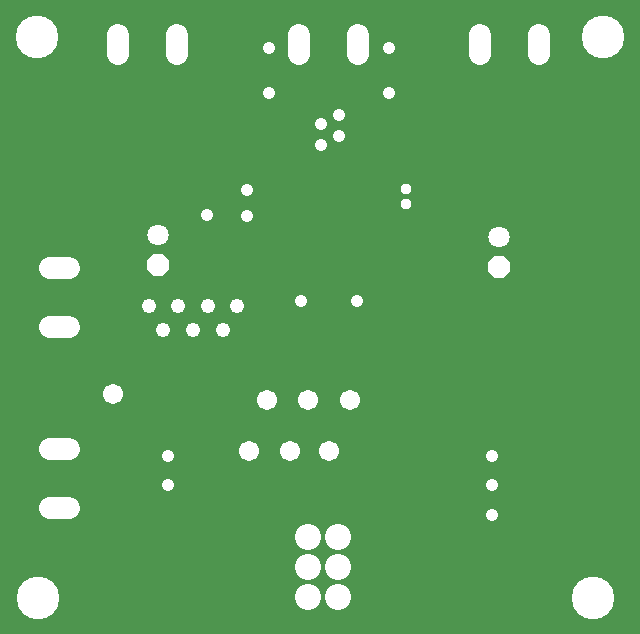
<source format=gbs>
G04 EAGLE Gerber RS-274X export*
G75*
%MOMM*%
%FSLAX34Y34*%
%LPD*%
%INSoldermask Bottom*%
%IPNEG*%
%AMOC8*
5,1,8,0,0,1.08239X$1,22.5*%
G01*
%ADD10C,3.603200*%
%ADD11C,2.203200*%
%ADD12C,1.803400*%
%ADD13P,1.951982X8X292.500000*%
%ADD14C,1.853200*%
%ADD15C,1.703200*%
%ADD16C,1.059600*%
%ADD17C,0.959600*%
%ADD18C,1.209600*%


D10*
X40000Y40000D03*
X510000Y40000D03*
X519000Y515000D03*
X39000Y515000D03*
D11*
X269120Y91390D03*
X294520Y91390D03*
X294520Y65990D03*
X269120Y65990D03*
X269120Y40590D03*
X294520Y40590D03*
D12*
X430410Y345380D03*
D13*
X430410Y319980D03*
D12*
X142120Y346650D03*
D13*
X142120Y321250D03*
D14*
X311330Y500220D02*
X311330Y516720D01*
X261330Y516720D02*
X261330Y500220D01*
X158020Y500220D02*
X158020Y516720D01*
X108020Y516720D02*
X108020Y500220D01*
X464540Y500220D02*
X464540Y516720D01*
X414540Y516720D02*
X414540Y500220D01*
X66750Y319000D02*
X50250Y319000D01*
X50250Y269000D02*
X66750Y269000D01*
X66750Y166000D02*
X50250Y166000D01*
X50250Y116000D02*
X66750Y116000D01*
D15*
X286500Y164500D03*
X254000Y164500D03*
X219000Y164500D03*
X234000Y207000D03*
X269000Y207000D03*
X304000Y207000D03*
D16*
X310500Y291250D03*
X263000Y291500D03*
X280000Y441250D03*
X295000Y448500D03*
X280000Y423500D03*
X295000Y430750D03*
D17*
X351670Y386020D03*
D16*
X150000Y160000D03*
D17*
X351670Y373320D03*
D16*
X150000Y135000D03*
D15*
X104000Y212000D03*
D18*
X134000Y287000D03*
X146500Y267000D03*
X159000Y287000D03*
X171500Y267000D03*
X184000Y287000D03*
X196500Y267000D03*
X209000Y287000D03*
D16*
X217050Y363160D03*
X425000Y110000D03*
X217050Y384750D03*
X425000Y135000D03*
X183000Y364000D03*
X425000Y160000D03*
X236100Y505400D03*
X337700Y467300D03*
X236100Y467300D03*
X337700Y505400D03*
M02*

</source>
